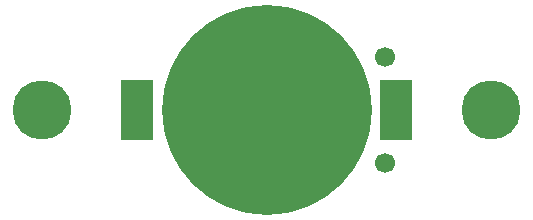
<source format=gbr>
%TF.GenerationSoftware,KiCad,Pcbnew,5.1.7-a382d34a8~88~ubuntu18.04.1*%
%TF.CreationDate,2022-12-15T19:41:17-05:00*%
%TF.ProjectId,project-nrf-leak-detector,70726f6a-6563-4742-9d6e-72662d6c6561,rev?*%
%TF.SameCoordinates,Original*%
%TF.FileFunction,Soldermask,Bot*%
%TF.FilePolarity,Negative*%
%FSLAX46Y46*%
G04 Gerber Fmt 4.6, Leading zero omitted, Abs format (unit mm)*
G04 Created by KiCad (PCBNEW 5.1.7-a382d34a8~88~ubuntu18.04.1) date 2022-12-15 19:41:17*
%MOMM*%
%LPD*%
G01*
G04 APERTURE LIST*
%ADD10C,17.780000*%
%ADD11R,2.790000X5.080000*%
%ADD12C,1.700000*%
%ADD13C,5.000000*%
G04 APERTURE END LIST*
D10*
%TO.C,BT1*%
X58200000Y-50700000D03*
D11*
X69185000Y-50700000D03*
X47215000Y-50700000D03*
%TD*%
D12*
%TO.C,J2*%
X68200000Y-46200000D03*
X68200000Y-55200000D03*
%TD*%
D13*
%TO.C,H2*%
X77200000Y-50700000D03*
%TD*%
%TO.C,H1*%
X39200000Y-50700000D03*
%TD*%
M02*

</source>
